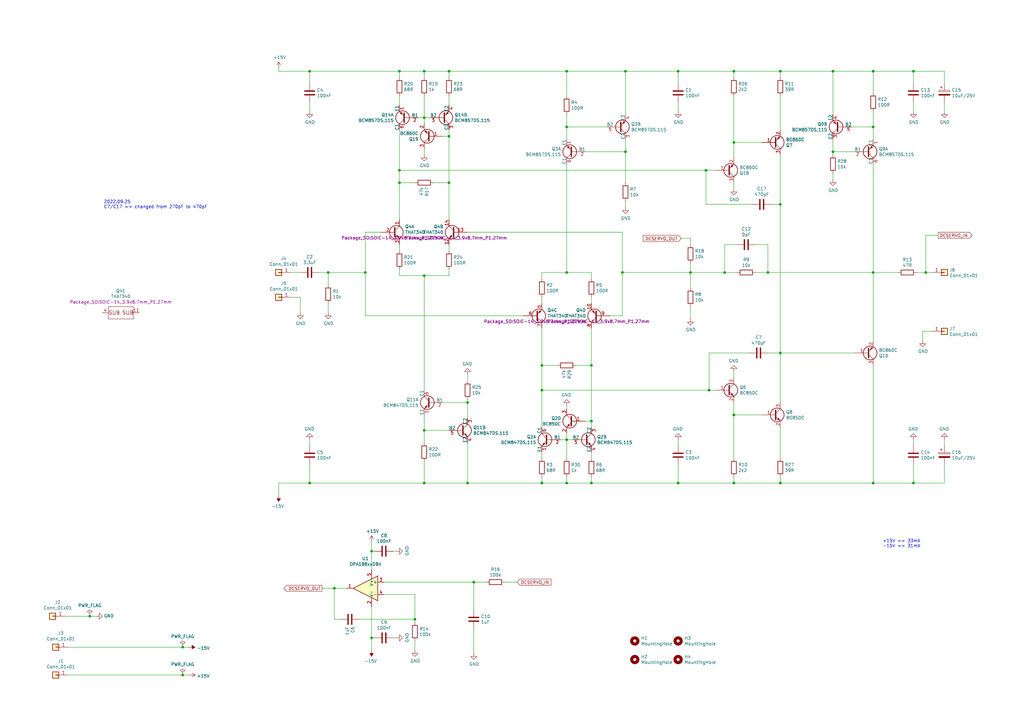
<source format=kicad_sch>
(kicad_sch (version 20211123) (generator eeschema)
  (paper "A3")
  (title_block (title "Discrete Pre-Amp Symetric DC-Servo") (date "2022-09-25") (rev "V3a"))
  (lib_symbols
    (symbol "Amplifier_Operational:OPA188xxDBV" (pin_names (offset 0.127))
      (property "Reference" "U" (at 0 5.08 0))
      (property "Value" "OPA188xxDBV" (at 0 -5.08 0))
      (symbol "OPA188xxDBV_0_1"
        (pin power_in line (at -2.54 -7.62 90) (length 3.81) (name "V-") (number "2"))
        (pin power_in line (at -2.54 7.62 270) (length 3.81) (name "V+") (number "5"))
      )
      (symbol "OPA188xxDBV_1_1"
        (pin output line (at 7.62 0 180) (length 2.54) (name "~") (number "1"))
        (pin input line (at -7.62 2.54 0) (length 2.54) (name "+") (number "3"))
        (pin input line (at -7.62 -2.54 0) (length 2.54) (name "-") (number "4"))
      )
    )
    (symbol "Connector_Generic:Conn_01x01" (pin_names (offset 1.016) hide)
      (property "Reference" "J" (at 0 2.54 0))
      (property "Value" "Conn_01x01" (at 0 -2.54 0))
      (symbol "Conn_01x01_1_1"
        (pin passive line (at -5.08 0 0) (length 3.81) (name "Pin_1") (number "1"))
      )
    )
    (symbol "Device:C" (pin_numbers hide) (pin_names (offset 0.254))
      (property "Reference" "C" (at 0.635 2.54 0))
      (property "Value" "C" (at 0.635 -2.54 0))
      (symbol "C_1_1"
        (pin passive line (at 0 3.81 270) (length 2.794) (name "~") (number "1"))
        (pin passive line (at 0 -3.81 90) (length 2.794) (name "~") (number "2"))
      )
    )
    (symbol "Device:C_Polarized" (pin_numbers hide) (pin_names (offset 0.254))
      (property "Reference" "C" (at 0.635 2.54 0))
      (property "Value" "C_Polarized" (at 0.635 -2.54 0))
      (symbol "C_Polarized_1_1"
        (pin passive line (at 0 3.81 270) (length 2.794) (name "~") (number "1"))
        (pin passive line (at 0 -3.81 90) (length 2.794) (name "~") (number "2"))
      )
    )
    (symbol "Device:R" (pin_numbers hide) (pin_names (offset 0))
      (property "Reference" "R" (at 2.032 0 90))
      (property "Value" "R" (at 0 0 90))
      (symbol "R_1_1"
        (pin passive line (at 0 3.81 270) (length 1.27) (name "~") (number "1"))
        (pin passive line (at 0 -3.81 90) (length 1.27) (name "~") (number "2"))
      )
    )
    (symbol "Mechanical:MountingHole" (pin_names (offset 1.016))
      (property "Reference" "H" (at 0 5.08 0))
      (property "Value" "MountingHole" (at 0 3.175 0))
    )
    (symbol "Transistor_BJT:BC850" (pin_names (offset 0) hide)
      (property "Reference" "Q" (at 5.08 1.905 0))
      (property "Value" "BC850" (at 5.08 0 0))
      (symbol "BC850_1_1"
        (pin input line (at -5.08 0 0) (length 5.715) (name "B") (number "1"))
        (pin passive line (at 2.54 -5.08 90) (length 2.54) (name "E") (number "2"))
        (pin passive line (at 2.54 5.08 270) (length 2.54) (name "C") (number "3"))
      )
    )
    (symbol "Transistor_BJT:BC860" (pin_names (offset 0) hide)
      (property "Reference" "Q" (at 5.08 1.905 0))
      (property "Value" "BC860" (at 5.08 0 0))
      (symbol "BC860_1_1"
        (pin input line (at -5.08 0 0) (length 5.715) (name "B") (number "1"))
        (pin passive line (at 2.54 -5.08 90) (length 2.54) (name "E") (number "2"))
        (pin passive line (at 2.54 5.08 270) (length 2.54) (name "C") (number "3"))
      )
    )
    (symbol "kicad-snk:BCM847DS,115" (pin_names (offset 0))
      (property "Reference" "Q" (at 5.08 1.27 0))
      (property "Value" "BCM847DS,115" (at 5.08 -1.27 0))
      (symbol "BCM847DS,115_1_1"
        (pin passive line (at 2.54 -5.08 90) (length 2.54) (name "E1") (number "1"))
        (pin input line (at -5.08 0 0) (length 2.54) (name "B1") (number "2"))
        (pin passive line (at 2.54 5.08 270) (length 2.54) (name "C1") (number "6"))
      )
      (symbol "BCM847DS,115_2_1"
        (pin passive line (at 2.54 5.08 270) (length 2.54) (name "C2") (number "3"))
        (pin passive line (at 2.54 -5.08 90) (length 2.54) (name "E2") (number "4"))
        (pin input line (at -5.08 0 0) (length 2.54) (name "B2") (number "5"))
      )
    )
    (symbol "kicad-snk:BCM857DS,115" (pin_names (offset 0))
      (property "Reference" "Q" (at 5.08 1.27 0))
      (property "Value" "BCM857DS,115" (at 5.08 -1.27 0))
      (symbol "BCM857DS,115_1_1"
        (pin passive line (at 2.54 -5.08 90) (length 2.54) (name "E1") (number "1"))
        (pin input line (at -5.08 0 0) (length 2.54) (name "B1") (number "2"))
        (pin passive line (at 2.54 5.08 270) (length 2.54) (name "C1") (number "6"))
      )
      (symbol "BCM857DS,115_2_1"
        (pin passive line (at 2.54 5.08 270) (length 2.54) (name "C2") (number "3"))
        (pin passive line (at 2.54 -5.08 90) (length 2.54) (name "E2") (number "4"))
        (pin input line (at -5.08 0 0) (length 2.54) (name "B2") (number "5"))
      )
    )
    (symbol "kicad-snk:THAT340" (pin_names (offset 0) hide)
      (property "Reference" "Q" (at 5.334 -5.08 0))
      (property "Value" "THAT340" (at 5.334 -6.858 0))
      (property "Datasheet" "http://www.thatcorp.com/datashts/THAT_300-Series_Datasheet.pdf" (at -2.032 0 0))
      (symbol "THAT340_1_1"
        (pin passive line (at 2.54 5.08 270) (length 2.54) (name "C") (number "1"))
        (pin input line (at -5.08 0 0) (length 5.715) (name "B") (number "2"))
        (pin passive line (at 2.54 -5.08 90) (length 2.54) (name "E") (number "3"))
      )
      (symbol "THAT340_2_1"
        (pin passive line (at 2.54 -5.08 90) (length 2.54) (name "E") (number "12"))
        (pin input line (at -5.08 0 0) (length 5.715) (name "B") (number "13"))
        (pin passive line (at 2.54 5.08 270) (length 2.54) (name "C") (number "14"))
      )
      (symbol "THAT340_3_1"
        (pin passive line (at 2.54 5.08 270) (length 2.54) (name "C") (number "5"))
        (pin input line (at -5.08 0 0) (length 5.715) (name "B") (number "6"))
        (pin passive line (at 2.54 -5.08 90) (length 2.54) (name "E") (number "7"))
      )
      (symbol "THAT340_4_1"
        (pin input line (at 2.54 5.08 270) (length 2.54) (name "~") (number "10"))
        (pin passive line (at 2.54 -5.08 90) (length 2.54) (name "E") (number "8"))
        (pin input line (at -5.08 0 0) (length 5.715) (name "B") (number "9"))
      )
      (symbol "THAT340_5_0"
        (text "SUB" (at -2.667 0 0) (effects (font (size 1.524 1.524))))
        (text "SUB" (at 2.921 0 0) (effects (font (size 1.524 1.524))))
      )
      (symbol "THAT340_5_1"
        (pin passive line (at 7.62 0 180) (length 2.54) (name "E") (number "11"))
        (pin input line (at -7.62 0 0) (length 2.54) (name "B") (number "4"))
      )
    )
    (symbol "power:+15V" (power) (pin_names (offset 0))
      (property "Value" "+15V" (at 0 3.556 0))
      (symbol "+15V_1_1"
        (pin power_in line (at 0 0 90) (length 0) hide (name "+15V") (number "1"))
      )
    )
    (symbol "power:-15V" (power) (pin_names (offset 0))
      (property "Value" "-15V" (at 0 3.81 0))
      (symbol "-15V_0_0"
        (pin power_in line (at 0 0 90) (length 0) hide (name "-15V") (number "1"))
      )
    )
    (symbol "power:GND" (power) (pin_names (offset 0))
      (property "Value" "GND" (at 0 -3.81 0))
      (symbol "GND_1_1"
        (pin power_in line (at 0 0 270) (length 0) hide (name "GND") (number "1"))
      )
    )
    (symbol "power:PWR_FLAG" (power) (pin_numbers hide) (pin_names (offset 0) hide)
      (property "Value" "PWR_FLAG" (at 0 3.81 0))
      (symbol "PWR_FLAG_0_0"
        (pin power_out line (at 0 0 90) (length 0) (name "pwr") (number "1"))
      )
    )
  )
  (junction (at 191.77 165.1))
  (junction (at 283.21 111.76))
  (junction (at 297.18 111.76))
  (junction (at 163.83 69.85))
  (junction (at 300.99 58.42))
  (junction (at 232.41 198.12))
  (junction (at 137.16 241.3))
  (junction (at 222.25 160.02))
  (junction (at 256.54 29.21))
  (junction (at 184.15 55.88))
  (junction (at 163.83 74.93))
  (junction (at 163.83 29.21))
  (junction (at 127 29.21))
  (junction (at 290.83 160.02))
  (junction (at 242.57 149.86))
  (junction (at 374.65 29.21))
  (junction (at 358.14 111.76))
  (junction (at 242.57 198.12))
  (junction (at 300.99 29.21))
  (junction (at 278.13 198.12))
  (junction (at 320.04 144.78))
  (junction (at 358.14 29.21))
  (junction (at 300.99 198.12))
  (junction (at 341.63 29.21))
  (junction (at 256.54 62.23))
  (junction (at 232.41 180.34))
  (junction (at 173.99 176.53))
  (junction (at 36.83 252.73))
  (junction (at 134.62 111.76))
  (junction (at 173.99 48.26))
  (junction (at 152.4 226.06))
  (junction (at 341.63 62.23))
  (junction (at 358.14 52.07))
  (junction (at 320.04 198.12))
  (junction (at 232.41 29.21))
  (junction (at 289.56 69.85))
  (junction (at 320.04 29.21))
  (junction (at 184.15 74.93))
  (junction (at 379.73 111.76))
  (junction (at 222.25 198.12))
  (junction (at 374.65 198.12))
  (junction (at 152.4 261.62))
  (junction (at 173.99 198.12))
  (junction (at 194.31 238.76))
  (junction (at 184.15 29.21))
  (junction (at 278.13 29.21))
  (junction (at 242.57 172.72))
  (junction (at 222.25 149.86))
  (junction (at 358.14 198.12))
  (junction (at 191.77 198.12))
  (junction (at 170.18 254))
  (junction (at 232.41 52.07))
  (junction (at 314.96 111.76))
  (junction (at 74.93 265.43))
  (junction (at 173.99 29.21))
  (junction (at 232.41 111.76))
  (junction (at 300.99 170.18))
  (junction (at 149.86 111.76))
  (junction (at 173.99 113.03))
  (junction (at 255.27 111.76))
  (junction (at 320.04 83.82))
  (junction (at 74.93 276.86))
  (junction (at 127 198.12))
  (wire (pts (xy 387.35 198.12) (xy 387.35 190.5)))
  (wire (pts (xy 320.04 83.82) (xy 320.04 144.78)))
  (wire (pts (xy 173.99 63.5) (xy 173.99 60.96)))
  (wire (pts (xy 137.16 254) (xy 137.16 241.3)))
  (wire (pts (xy 163.83 43.18) (xy 163.83 39.37)))
  (wire (pts (xy 297.18 111.76) (xy 302.26 111.76)))
  (wire (pts (xy 74.93 265.43) (xy 77.47 265.43)))
  (wire (pts (xy 358.14 67.31) (xy 358.14 111.76)))
  (wire (pts (xy 163.83 74.93) (xy 163.83 90.17)))
  (wire (pts (xy 358.14 38.1) (xy 358.14 29.21)))
  (wire (pts (xy 387.35 41.91) (xy 387.35 45.72)))
  (wire (pts (xy 139.7 254) (xy 137.16 254)))
  (wire (pts (xy 312.42 58.42) (xy 300.99 58.42)))
  (wire (pts (xy 222.25 187.96) (xy 222.25 185.42)))
  (wire (pts (xy 256.54 62.23) (xy 256.54 57.15)))
  (wire (pts (xy 173.99 31.75) (xy 173.99 29.21)))
  (wire (pts (xy 308.61 83.82) (xy 289.56 83.82)))
  (wire (pts (xy 114.3 29.21) (xy 127 29.21)))
  (wire (pts (xy 119.38 111.76) (xy 123.19 111.76)))
  (wire (pts (xy 173.99 48.26) (xy 176.53 48.26)))
  (wire (pts (xy 173.99 29.21) (xy 184.15 29.21)))
  (wire (pts (xy 127 198.12) (xy 173.99 198.12)))
  (wire (pts (xy 255.27 95.25) (xy 255.27 111.76)))
  (wire (pts (xy 234.95 180.34) (xy 232.41 180.34)))
  (wire (pts (xy 293.37 69.85) (xy 289.56 69.85)))
  (wire (pts (xy 191.77 163.83) (xy 191.77 165.1)))
  (wire (pts (xy 184.15 102.87) (xy 184.15 100.33)))
  (wire (pts (xy 26.67 252.73) (xy 36.83 252.73)))
  (wire (pts (xy 341.63 29.21) (xy 358.14 29.21)))
  (wire (pts (xy 184.15 176.53) (xy 173.99 176.53)))
  (wire (pts (xy 149.86 129.54) (xy 149.86 111.76)))
  (wire (pts (xy 173.99 160.02) (xy 173.99 113.03)))
  (wire (pts (xy 184.15 113.03) (xy 184.15 110.49)))
  (wire (pts (xy 256.54 74.93) (xy 256.54 62.23)))
  (wire (pts (xy 170.18 254) (xy 170.18 243.84)))
  (wire (pts (xy 232.41 67.31) (xy 232.41 111.76)))
  (wire (pts (xy 184.15 53.34) (xy 184.15 55.88)))
  (wire (pts (xy 232.41 29.21) (xy 256.54 29.21)))
  (wire (pts (xy 232.41 111.76) (xy 242.57 111.76)))
  (wire (pts (xy 130.81 111.76) (xy 134.62 111.76)))
  (wire (pts (xy 300.99 198.12) (xy 320.04 198.12)))
  (wire (pts (xy 173.99 48.26) (xy 171.45 48.26)))
  (wire (pts (xy 278.13 45.72) (xy 278.13 41.91)))
  (wire (pts (xy 255.27 95.25) (xy 191.77 95.25)))
  (wire (pts (xy 163.83 29.21) (xy 173.99 29.21)))
  (wire (pts (xy 300.99 77.47) (xy 300.99 74.93)))
  (wire (pts (xy 163.83 113.03) (xy 163.83 110.49)))
  (wire (pts (xy 314.96 144.78) (xy 320.04 144.78)))
  (wire (pts (xy 134.62 116.84) (xy 134.62 111.76)))
  (wire (pts (xy 248.92 52.07) (xy 232.41 52.07)))
  (wire (pts (xy 314.96 111.76) (xy 358.14 111.76)))
  (wire (pts (xy 312.42 170.18) (xy 300.99 170.18)))
  (wire (pts (xy 293.37 160.02) (xy 290.83 160.02)))
  (wire (pts (xy 152.4 248.92) (xy 152.4 261.62)))
  (wire (pts (xy 283.21 107.95) (xy 283.21 111.76)))
  (wire (pts (xy 152.4 261.62) (xy 152.4 266.7)))
  (wire (pts (xy 341.63 46.99) (xy 341.63 29.21)))
  (wire (pts (xy 387.35 198.12) (xy 374.65 198.12)))
  (wire (pts (xy 341.63 63.5) (xy 341.63 62.23)))
  (wire (pts (xy 283.21 125.73) (xy 283.21 130.81)))
  (wire (pts (xy 283.21 100.33) (xy 283.21 97.79)))
  (wire (pts (xy 278.13 29.21) (xy 300.99 29.21)))
  (wire (pts (xy 222.25 111.76) (xy 232.41 111.76)))
  (wire (pts (xy 163.83 53.34) (xy 163.83 69.85)))
  (wire (pts (xy 163.83 69.85) (xy 289.56 69.85)))
  (wire (pts (xy 358.14 52.07) (xy 358.14 57.15)))
  (wire (pts (xy 358.14 198.12) (xy 374.65 198.12)))
  (wire (pts (xy 278.13 198.12) (xy 278.13 190.5)))
  (wire (pts (xy 170.18 262.89) (xy 170.18 266.7)))
  (wire (pts (xy 358.14 52.07) (xy 358.14 45.72)))
  (wire (pts (xy 232.41 57.15) (xy 232.41 52.07)))
  (wire (pts (xy 222.25 124.46) (xy 222.25 121.92)))
  (wire (pts (xy 228.6 149.86) (xy 222.25 149.86)))
  (wire (pts (xy 184.15 74.93) (xy 184.15 90.17)))
  (wire (pts (xy 127 198.12) (xy 127 190.5)))
  (wire (pts (xy 163.83 29.21) (xy 163.83 31.75)))
  (wire (pts (xy 358.14 29.21) (xy 374.65 29.21)))
  (wire (pts (xy 300.99 154.94) (xy 300.99 152.4)))
  (wire (pts (xy 316.23 83.82) (xy 320.04 83.82)))
  (wire (pts (xy 173.99 113.03) (xy 163.83 113.03)))
  (wire (pts (xy 232.41 180.34) (xy 232.41 177.8)))
  (wire (pts (xy 379.73 111.76) (xy 382.27 111.76)))
  (wire (pts (xy 123.19 121.92) (xy 119.38 121.92)))
  (wire (pts (xy 320.04 198.12) (xy 358.14 198.12)))
  (wire (pts (xy 309.88 111.76) (xy 314.96 111.76)))
  (wire (pts (xy 184.15 29.21) (xy 232.41 29.21)))
  (wire (pts (xy 242.57 198.12) (xy 242.57 195.58)))
  (wire (pts (xy 222.25 160.02) (xy 290.83 160.02)))
  (wire (pts (xy 255.27 111.76) (xy 255.27 129.54)))
  (wire (pts (xy 320.04 175.26) (xy 320.04 187.96)))
  (wire (pts (xy 157.48 238.76) (xy 194.31 238.76)))
  (wire (pts (xy 173.99 176.53) (xy 173.99 170.18)))
  (wire (pts (xy 163.83 102.87) (xy 163.83 100.33)))
  (wire (pts (xy 191.77 165.1) (xy 191.77 171.45)))
  (wire (pts (xy 222.25 134.62) (xy 222.25 149.86)))
  (wire (pts (xy 309.88 100.33) (xy 314.96 100.33)))
  (wire (pts (xy 134.62 111.76) (xy 149.86 111.76)))
  (wire (pts (xy 149.86 111.76) (xy 149.86 95.25)))
  (wire (pts (xy 379.73 96.52) (xy 379.73 111.76)))
  (wire (pts (xy 256.54 85.09) (xy 256.54 82.55)))
  (wire (pts (xy 222.25 114.3) (xy 222.25 111.76)))
  (wire (pts (xy 184.15 113.03) (xy 173.99 113.03)))
  (wire (pts (xy 153.67 226.06) (xy 152.4 226.06)))
  (wire (pts (xy 134.62 128.27) (xy 134.62 124.46)))
  (wire (pts (xy 307.34 144.78) (xy 290.83 144.78)))
  (wire (pts (xy 278.13 182.88) (xy 278.13 180.34)))
  (wire (pts (xy 374.65 198.12) (xy 374.65 190.5)))
  (wire (pts (xy 242.57 134.62) (xy 242.57 149.86)))
  (wire (pts (xy 181.61 165.1) (xy 191.77 165.1)))
  (wire (pts (xy 214.63 129.54) (xy 149.86 129.54)))
  (wire (pts (xy 232.41 187.96) (xy 232.41 180.34)))
  (wire (pts (xy 170.18 243.84) (xy 157.48 243.84)))
  (wire (pts (xy 27.94 276.86) (xy 74.93 276.86)))
  (wire (pts (xy 350.52 144.78) (xy 320.04 144.78)))
  (wire (pts (xy 194.31 238.76) (xy 199.39 238.76)))
  (wire (pts (xy 256.54 29.21) (xy 278.13 29.21)))
  (wire (pts (xy 320.04 144.78) (xy 320.04 165.1)))
  (wire (pts (xy 255.27 111.76) (xy 283.21 111.76)))
  (wire (pts (xy 191.77 156.21) (xy 191.77 153.67)))
  (wire (pts (xy 374.65 34.29) (xy 374.65 29.21)))
  (wire (pts (xy 387.35 34.29) (xy 387.35 29.21)))
  (wire (pts (xy 162.56 261.62) (xy 161.29 261.62)))
  (wire (pts (xy 242.57 124.46) (xy 242.57 121.92)))
  (wire (pts (xy 320.04 198.12) (xy 320.04 195.58)))
  (wire (pts (xy 283.21 111.76) (xy 297.18 111.76)))
  (wire (pts (xy 300.99 31.75) (xy 300.99 29.21)))
  (wire (pts (xy 152.4 222.25) (xy 152.4 226.06)))
  (wire (pts (xy 358.14 111.76) (xy 358.14 139.7)))
  (wire (pts (xy 375.92 111.76) (xy 379.73 111.76)))
  (wire (pts (xy 297.18 100.33) (xy 297.18 111.76)))
  (wire (pts (xy 374.65 182.88) (xy 374.65 180.34)))
  (wire (pts (xy 387.35 29.21) (xy 374.65 29.21)))
  (wire (pts (xy 378.46 139.7) (xy 378.46 135.89)))
  (wire (pts (xy 194.31 267.97) (xy 194.31 257.81)))
  (wire (pts (xy 207.01 238.76) (xy 212.09 238.76)))
  (wire (pts (xy 384.81 96.52) (xy 379.73 96.52)))
  (wire (pts (xy 27.94 265.43) (xy 74.93 265.43)))
  (wire (pts (xy 149.86 95.25) (xy 156.21 95.25)))
  (wire (pts (xy 137.16 241.3) (xy 142.24 241.3)))
  (wire (pts (xy 127 182.88) (xy 127 180.34)))
  (wire (pts (xy 114.3 29.21) (xy 114.3 27.94)))
  (wire (pts (xy 153.67 261.62) (xy 152.4 261.62)))
  (wire (pts (xy 222.25 149.86) (xy 222.25 160.02)))
  (wire (pts (xy 170.18 255.27) (xy 170.18 254)))
  (wire (pts (xy 374.65 45.72) (xy 374.65 41.91)))
  (wire (pts (xy 132.08 241.3) (xy 137.16 241.3)))
  (wire (pts (xy 232.41 52.07) (xy 232.41 46.99)))
  (wire (pts (xy 289.56 69.85) (xy 289.56 83.82)))
  (wire (pts (xy 184.15 29.21) (xy 184.15 31.75)))
  (wire (pts (xy 358.14 149.86) (xy 358.14 198.12)))
  (wire (pts (xy 127 34.29) (xy 127 29.21)))
  (wire (pts (xy 387.35 182.88) (xy 387.35 180.34)))
  (wire (pts (xy 300.99 195.58) (xy 300.99 198.12)))
  (wire (pts (xy 173.99 39.37) (xy 173.99 48.26)))
  (wire (pts (xy 290.83 144.78) (xy 290.83 160.02)))
  (wire (pts (xy 162.56 226.06) (xy 161.29 226.06)))
  (wire (pts (xy 283.21 111.76) (xy 283.21 118.11)))
  (wire (pts (xy 300.99 170.18) (xy 300.99 165.1)))
  (wire (pts (xy 242.57 198.12) (xy 278.13 198.12)))
  (wire (pts (xy 320.04 39.37) (xy 320.04 53.34)))
  (wire (pts (xy 152.4 226.06) (xy 152.4 233.68)))
  (wire (pts (xy 163.83 69.85) (xy 163.83 74.93)))
  (wire (pts (xy 242.57 172.72) (xy 242.57 175.26)))
  (wire (pts (xy 127 29.21) (xy 163.83 29.21)))
  (wire (pts (xy 114.3 198.12) (xy 127 198.12)))
  (wire (pts (xy 341.63 62.23) (xy 341.63 57.15)))
  (wire (pts (xy 232.41 198.12) (xy 222.25 198.12)))
  (wire (pts (xy 300.99 170.18) (xy 300.99 187.96)))
  (wire (pts (xy 170.18 74.93) (xy 163.83 74.93)))
  (wire (pts (xy 302.26 100.33) (xy 297.18 100.33)))
  (wire (pts (xy 358.14 52.07) (xy 349.25 52.07)))
  (wire (pts (xy 184.15 43.18) (xy 184.15 39.37)))
  (wire (pts (xy 283.21 97.79) (xy 279.4 97.79)))
  (wire (pts (xy 350.52 62.23) (xy 341.63 62.23)))
  (wire (pts (xy 191.77 181.61) (xy 191.77 198.12)))
  (wire (pts (xy 222.25 160.02) (xy 222.25 175.26)))
  (wire (pts (xy 177.8 74.93) (xy 184.15 74.93)))
  (wire (pts (xy 250.19 129.54) (xy 255.27 129.54)))
  (wire (pts (xy 222.25 198.12) (xy 222.25 195.58)))
  (wire (pts (xy 36.83 252.73) (xy 39.37 252.73)))
  (wire (pts (xy 184.15 55.88) (xy 184.15 74.93)))
  (wire (pts (xy 300.99 39.37) (xy 300.99 58.42)))
  (wire (pts (xy 242.57 172.72) (xy 240.03 172.72)))
  (wire (pts (xy 232.41 167.64) (xy 232.41 166.37)))
  (wire (pts (xy 123.19 128.27) (xy 123.19 121.92)))
  (wire (pts (xy 320.04 31.75) (xy 320.04 29.21)))
  (wire (pts (xy 278.13 34.29) (xy 278.13 29.21)))
  (wire (pts (xy 74.93 276.86) (xy 77.47 276.86)))
  (wire (pts (xy 173.99 189.23) (xy 173.99 198.12)))
  (wire (pts (xy 240.03 62.23) (xy 256.54 62.23)))
  (wire (pts (xy 242.57 187.96) (xy 242.57 185.42)))
  (wire (pts (xy 194.31 250.19) (xy 194.31 238.76)))
  (wire (pts (xy 236.22 149.86) (xy 242.57 149.86)))
  (wire (pts (xy 314.96 100.33) (xy 314.96 111.76)))
  (wire (pts (xy 382.27 135.89) (xy 378.46 135.89)))
  (wire (pts (xy 127 45.72) (xy 127 41.91)))
  (wire (pts (xy 173.99 50.8) (xy 173.99 48.26)))
  (wire (pts (xy 278.13 198.12) (xy 300.99 198.12)))
  (wire (pts (xy 341.63 73.66) (xy 341.63 71.12)))
  (wire (pts (xy 242.57 198.12) (xy 232.41 198.12)))
  (wire (pts (xy 242.57 114.3) (xy 242.57 111.76)))
  (wire (pts (xy 232.41 39.37) (xy 232.41 29.21)))
  (wire (pts (xy 242.57 149.86) (xy 242.57 172.72)))
  (wire (pts (xy 320.04 63.5) (xy 320.04 83.82)))
  (wire (pts (xy 173.99 198.12) (xy 191.77 198.12)))
  (wire (pts (xy 320.04 29.21) (xy 341.63 29.21)))
  (wire (pts (xy 147.32 254) (xy 170.18 254)))
  (wire (pts (xy 114.3 203.2) (xy 114.3 198.12)))
  (wire (pts (xy 232.41 180.34) (xy 229.87 180.34)))
  (wire (pts (xy 232.41 195.58) (xy 232.41 198.12)))
  (wire (pts (xy 358.14 111.76) (xy 368.3 111.76)))
  (wire (pts (xy 320.04 29.21) (xy 300.99 29.21)))
  (wire (pts (xy 256.54 46.99) (xy 256.54 29.21)))
  (wire (pts (xy 181.61 55.88) (xy 184.15 55.88)))
  (wire (pts (xy 173.99 181.61) (xy 173.99 176.53)))
  (wire (pts (xy 300.99 58.42) (xy 300.99 64.77)))
  (wire (pts (xy 191.77 198.12) (xy 222.25 198.12)))
  (text "2022.09.25\nC7/C17 => changed from 270pF to 470pF" (at 42.545 85.725 0) (effects (font (size 1.27 1.27)) (justify left bottom)))
  (text "+15V => 33mA\n-15V => 31mA" (at 361.95 224.79 0) (effects (font (size 1.27 1.27)) (justify left bottom)))
  (global_label "DCSERVO_IN" (shape input) (at 212.09 238.76 0) (property "Intersheet References" "${INTERSHEET_REFS}" (effects hide)))
  (global_label "DCSERVO_OUT" (shape input) (at 279.4 97.79 180) (property "Intersheet References" "${INTERSHEET_REFS}" (effects hide)))
  (global_label "DCSERVO_IN" (shape output) (at 384.81 96.52 0) (property "Intersheet References" "${INTERSHEET_REFS}" (effects hide)))
  (global_label "DCSERVO_OUT" (shape output) (at 132.08 241.3 180) (property "Intersheet References" "${INTERSHEET_REFS}" (effects hide)))
  (symbol (lib_id "Device:R") (at 242.57 191.77 0) (unit 1)
    (property "Reference" "R6" (at 244.348 190.6016 0) (effects (justify left)))
    (property "Value" "68R" (at 244.348 192.913 0) (effects (justify left)))
    (property "Footprint" "Resistor_SMD:R_0805_2012Metric_Pad1.20x1.40mm_HandSolder" (effects hide))
  )
  (symbol (lib_id "Device:C") (at 127 111.76 270) (unit 1)
    (property "Reference" "C2" (at 127 105.3592 90))
    (property "Value" "3.3uF" (at 127 107.6706 90))
    (property "Footprint" "Capacitor_THT:C_Rect_L7.2mm_W7.2mm_P5.00mm_FKS2_FKP2_MKS2_MKP2" (effects hide))
  )
  (symbol (lib_id "power:GND") (at 134.62 128.27 0) (unit 1)
    (property "Reference" "#PWR09" (effects hide))
    (property "Value" "GND" (at 134.747 132.6642 0))
  )
  (symbol (lib_id "Device:R") (at 222.25 191.77 0) (unit 1)
    (property "Reference" "R3" (at 224.028 190.6016 0) (effects (justify left)))
    (property "Value" "68R" (at 224.028 192.913 0) (effects (justify left)))
    (property "Footprint" "Resistor_SMD:R_0805_2012Metric_Pad1.20x1.40mm_HandSolder" (effects hide))
  )
  (symbol (lib_id "Device:R") (at 134.62 120.65 0) (unit 1)
    (property "Reference" "R1" (at 136.398 119.4816 0) (effects (justify left)))
    (property "Value" "10k" (at 136.398 121.793 0) (effects (justify left)))
    (property "Footprint" "Resistor_SMD:R_0805_2012Metric_Pad1.20x1.40mm_HandSolder" (effects hide))
  )
  (symbol (lib_id "Device:R") (at 283.21 121.92 0) (unit 1)
    (property "Reference" "R8" (at 284.988 120.7516 0) (effects (justify left)))
    (property "Value" "10k" (at 284.988 123.063 0) (effects (justify left)))
    (property "Footprint" "Resistor_SMD:R_0805_2012Metric_Pad1.20x1.40mm_HandSolder" (effects hide))
  )
  (symbol (lib_id "Device:R") (at 306.07 111.76 270) (unit 1)
    (property "Reference" "R9" (at 306.07 106.5022 90))
    (property "Value" "10k" (at 306.07 108.8136 90))
    (property "Footprint" "Resistor_SMD:R_0805_2012Metric_Pad1.20x1.40mm_HandSolder" (effects hide))
  )
  (symbol (lib_id "Device:R") (at 222.25 118.11 0) (unit 1)
    (property "Reference" "R2" (at 224.028 116.9416 0) (effects (justify left)))
    (property "Value" "100R" (at 224.028 119.253 0) (effects (justify left)))
    (property "Footprint" "Resistor_SMD:R_0805_2012Metric_Pad1.20x1.40mm_HandSolder" (effects hide))
  )
  (symbol (lib_id "Device:R") (at 242.57 118.11 0) (unit 1)
    (property "Reference" "R5" (at 244.348 116.9416 0) (effects (justify left)))
    (property "Value" "100R" (at 244.348 119.253 0) (effects (justify left)))
    (property "Footprint" "Resistor_SMD:R_0805_2012Metric_Pad1.20x1.40mm_HandSolder" (effects hide))
  )
  (symbol (lib_id "Device:R") (at 232.41 43.18 0) (unit 1)
    (property "Reference" "R4" (at 234.188 42.0116 0) (effects (justify left)))
    (property "Value" "100R" (at 234.188 44.323 0) (effects (justify left)))
    (property "Footprint" "Resistor_SMD:R_0805_2012Metric_Pad1.20x1.40mm_HandSolder" (effects hide))
  )
  (symbol (lib_id "Device:R") (at 256.54 78.74 0) (unit 1)
    (property "Reference" "R7" (at 258.318 77.5716 0) (effects (justify left)))
    (property "Value" "10k" (at 258.318 79.883 0) (effects (justify left)))
    (property "Footprint" "Resistor_SMD:R_0805_2012Metric_Pad1.20x1.40mm_HandSolder" (effects hide))
  )
  (symbol (lib_id "Transistor_BJT:BC860") (at 317.5 58.42 0) (mirror x) (unit 1)
    (property "Reference" "Q7" (at 322.3514 59.5884 0) (effects (justify left)))
    (property "Value" "BC860C" (at 322.3514 57.277 0) (effects (justify left)))
    (property "Footprint" "Package_TO_SOT_SMD:SOT-23" (effects hide))
    (property "Datasheet" "http://www.infineon.com/dgdl/Infineon-BC857SERIES_BC858SERIES_BC859SERIES_BC860SERIES-DS-v01_01-en.pdf?fileId=db3a304314dca389011541da0e3a1661" (effects hide))
  )
  (symbol (lib_id "Device:R") (at 320.04 35.56 0) (unit 1)
    (property "Reference" "R11" (at 321.818 34.3916 0) (effects (justify left)))
    (property "Value" "39R" (at 321.818 36.703 0) (effects (justify left)))
    (property "Footprint" "Resistor_SMD:R_0805_2012Metric_Pad1.20x1.40mm_HandSolder" (effects hide))
  )
  (symbol (lib_id "Device:R") (at 358.14 41.91 0) (unit 1)
    (property "Reference" "R12" (at 359.918 40.7416 0) (effects (justify left)))
    (property "Value" "100R" (at 359.918 43.053 0) (effects (justify left)))
    (property "Footprint" "Resistor_SMD:R_0805_2012Metric_Pad1.20x1.40mm_HandSolder" (effects hide))
  )
  (symbol (lib_id "Transistor_BJT:BC850") (at 298.45 160.02 0) (unit 1)
    (property "Reference" "Q6" (at 303.3014 158.8516 0) (effects (justify left)))
    (property "Value" "BC850C" (at 303.3014 161.163 0) (effects (justify left)))
    (property "Footprint" "Package_TO_SOT_SMD:SOT-23" (effects hide))
    (property "Datasheet" "http://www.infineon.com/dgdl/Infineon-BC847SERIES_BC848SERIES_BC849SERIES_BC850SERIES-DS-v01_01-en.pdf?fileId=db3a304314dca389011541d4630a1657" (effects hide))
  )
  (symbol (lib_id "Transistor_BJT:BC850") (at 317.5 170.18 0) (unit 1)
    (property "Reference" "Q8" (at 322.3514 169.0116 0) (effects (justify left)))
    (property "Value" "BC850C" (at 322.3514 171.323 0) (effects (justify left)))
    (property "Footprint" "Package_TO_SOT_SMD:SOT-23" (effects hide))
    (property "Datasheet" "http://www.infineon.com/dgdl/Infineon-BC847SERIES_BC848SERIES_BC849SERIES_BC850SERIES-DS-v01_01-en.pdf?fileId=db3a304314dca389011541d4630a1657" (effects hide))
  )
  (symbol (lib_id "Device:R") (at 300.99 191.77 0) (unit 1)
    (property "Reference" "R10" (at 302.768 190.6016 0) (effects (justify left)))
    (property "Value" "2k2" (at 302.768 192.913 0) (effects (justify left)))
    (property "Footprint" "Resistor_SMD:R_0805_2012Metric_Pad1.20x1.40mm_HandSolder" (effects hide))
  )
  (symbol (lib_id "Transistor_BJT:BC860") (at 355.6 144.78 0) (mirror x) (unit 1)
    (property "Reference" "Q10" (at 360.4514 145.9484 0) (effects (justify left)))
    (property "Value" "BC860C" (at 360.4514 143.637 0) (effects (justify left)))
    (property "Footprint" "Package_TO_SOT_SMD:SOT-23" (effects hide))
    (property "Datasheet" "http://www.infineon.com/dgdl/Infineon-BC857SERIES_BC858SERIES_BC859SERIES_BC860SERIES-DS-v01_01-en.pdf?fileId=db3a304314dca389011541da0e3a1661" (effects hide))
  )
  (symbol (lib_id "power:GND") (at 283.21 130.81 0) (unit 1)
    (property "Reference" "#PWR013" (effects hide))
    (property "Value" "GND" (at 283.337 135.2042 0))
  )
  (symbol (lib_id "Device:C") (at 311.15 144.78 270) (unit 1)
    (property "Reference" "C7" (at 311.15 138.3792 90))
    (property "Value" "470pF" (at 311.15 140.6906 90))
    (property "Footprint" "Capacitor_SMD:C_0805_2012Metric_Pad1.18x1.45mm_HandSolder" (effects hide))
  )
  (symbol (lib_id "power:GND") (at 300.99 152.4 180) (unit 1)
    (property "Reference" "#PWR014" (effects hide))
    (property "Value" "GND" (at 300.863 148.0058 0))
  )
  (symbol (lib_id "power:GND") (at 123.19 128.27 0) (unit 1)
    (property "Reference" "#PWR04" (effects hide))
    (property "Value" "GND" (at 123.317 132.6642 0))
  )
  (symbol (lib_id "Mechanical:MountingHole") (at 260.35 262.89 0) (unit 1)
    (property "Reference" "H1" (at 262.89 261.7216 0) (effects (justify left)))
    (property "Value" "MountingHole" (at 262.89 264.033 0) (effects (justify left)))
    (property "Footprint" "MountingHole:MountingHole_3.2mm_M3" (effects hide))
  )
  (symbol (lib_id "Mechanical:MountingHole") (at 278.13 262.89 0) (unit 1)
    (property "Reference" "H3" (at 280.67 261.7216 0) (effects (justify left)))
    (property "Value" "MountingHole" (at 280.67 264.033 0) (effects (justify left)))
    (property "Footprint" "MountingHole:MountingHole_3.2mm_M3" (effects hide))
  )
  (symbol (lib_id "Mechanical:MountingHole") (at 260.35 270.51 0) (unit 1)
    (property "Reference" "H2" (at 262.89 269.3416 0) (effects (justify left)))
    (property "Value" "MountingHole" (at 262.89 271.653 0) (effects (justify left)))
    (property "Footprint" "MountingHole:MountingHole_3.2mm_M3" (effects hide))
  )
  (symbol (lib_id "Mechanical:MountingHole") (at 278.13 270.51 0) (unit 1)
    (property "Reference" "H4" (at 280.67 269.3416 0) (effects (justify left)))
    (property "Value" "MountingHole" (at 280.67 271.653 0) (effects (justify left)))
    (property "Footprint" "MountingHole:MountingHole_3.2mm_M3" (effects hide))
  )
  (symbol (lib_id "Connector_Generic:Conn_01x01") (at 114.3 111.76 180) (unit 1)
    (property "Reference" "J4" (at 116.3828 106.045 0))
    (property "Value" "Conn_01x01" (at 116.3828 108.3564 0))
    (property "Footprint" "Connector_Pin:Pin_D1.0mm_L10.0mm" (effects hide))
  )
  (symbol (lib_id "Connector_Generic:Conn_01x01") (at 114.3 121.92 180) (unit 1)
    (property "Reference" "J5" (at 116.3828 116.205 0))
    (property "Value" "Conn_01x01" (at 116.3828 118.5164 0))
    (property "Footprint" "Connector_Pin:Pin_D1.0mm_L10.0mm" (effects hide))
  )
  (symbol (lib_id "power:GND") (at 256.54 85.09 0) (unit 1)
    (property "Reference" "#PWR012" (effects hide))
    (property "Value" "GND" (at 256.667 89.4842 0))
  )
  (symbol (lib_id "power:+15V") (at 114.3 27.94 0) (unit 1)
    (property "Reference" "#PWR05" (effects hide))
    (property "Value" "+15V" (at 114.681 23.5458 0))
  )
  (symbol (lib_id "power:-15V") (at 114.3 203.2 180) (unit 1)
    (property "Reference" "#PWR08" (effects hide))
    (property "Value" "-15V" (at 113.919 207.5942 0))
  )
  (symbol (lib_id "Connector_Generic:Conn_01x01") (at 387.35 111.76 0) (unit 1)
    (property "Reference" "J6" (at 389.382 110.6932 0) (effects (justify left)))
    (property "Value" "Conn_01x01" (at 389.382 113.0046 0) (effects (justify left)))
    (property "Footprint" "Connector_Pin:Pin_D1.0mm_L10.0mm" (effects hide))
  )
  (symbol (lib_id "Connector_Generic:Conn_01x01") (at 387.35 135.89 0) (unit 1)
    (property "Reference" "J7" (at 389.382 134.8232 0) (effects (justify left)))
    (property "Value" "Conn_01x01" (at 389.382 137.1346 0) (effects (justify left)))
    (property "Footprint" "Connector_Pin:Pin_D1.0mm_L10.0mm" (effects hide))
  )
  (symbol (lib_id "Connector_Generic:Conn_01x01") (at 22.86 276.86 180) (unit 1)
    (property "Reference" "J1" (at 24.9428 271.145 0))
    (property "Value" "Conn_01x01" (at 24.9428 273.4564 0))
    (property "Footprint" "Connector_Pin:Pin_D1.0mm_L10.0mm" (effects hide))
  )
  (symbol (lib_id "Connector_Generic:Conn_01x01") (at 21.59 252.73 180) (unit 1)
    (property "Reference" "J2" (at 23.6728 247.015 0))
    (property "Value" "Conn_01x01" (at 23.6728 249.3264 0))
    (property "Footprint" "Connector_Pin:Pin_D1.0mm_L10.0mm" (effects hide))
  )
  (symbol (lib_id "Connector_Generic:Conn_01x01") (at 22.86 265.43 180) (unit 1)
    (property "Reference" "J3" (at 24.9428 259.715 0))
    (property "Value" "Conn_01x01" (at 24.9428 262.0264 0))
    (property "Footprint" "Connector_Pin:Pin_D1.0mm_L10.0mm" (effects hide))
  )
  (symbol (lib_id "power:GND") (at 39.37 252.73 90) (unit 1)
    (property "Reference" "#PWR02" (effects hide))
    (property "Value" "GND" (at 42.6212 252.603 90) (effects (justify right)))
  )
  (symbol (lib_id "power:+15V") (at 77.47 276.86 270) (unit 1)
    (property "Reference" "#PWR01" (effects hide))
    (property "Value" "+15V" (at 80.7212 277.241 90) (effects (justify left)))
  )
  (symbol (lib_id "Device:C") (at 127 186.69 180) (unit 1)
    (property "Reference" "C5" (at 129.921 185.5216 0) (effects (justify right)))
    (property "Value" "100nF" (at 129.921 187.833 0) (effects (justify right)))
    (property "Footprint" "Capacitor_SMD:C_1210_3225Metric_Pad1.33x2.70mm_HandSolder" (effects hide))
  )
  (symbol (lib_id "power:GND") (at 127 180.34 180) (unit 1)
    (property "Reference" "#PWR011" (effects hide))
    (property "Value" "GND" (at 126.873 175.9458 0))
  )
  (symbol (lib_id "Device:R") (at 372.11 111.76 270) (unit 1)
    (property "Reference" "R13" (at 372.11 106.5022 90))
    (property "Value" "47R" (at 372.11 108.8136 90))
    (property "Footprint" "Resistor_SMD:R_0805_2012Metric_Pad1.20x1.40mm_HandSolder" (effects hide))
  )
  (symbol (lib_id "Device:C") (at 127 38.1 180) (unit 1)
    (property "Reference" "C4" (at 129.921 36.9316 0) (effects (justify right)))
    (property "Value" "100nF" (at 129.921 39.243 0) (effects (justify right)))
    (property "Footprint" "Capacitor_SMD:C_1210_3225Metric_Pad1.33x2.70mm_HandSolder" (effects hide))
  )
  (symbol (lib_id "power:GND") (at 127 45.72 0) (unit 1)
    (property "Reference" "#PWR010" (effects hide))
    (property "Value" "GND" (at 127.127 50.1142 0))
  )
  (symbol (lib_id "power:GND") (at 378.46 139.7 0) (unit 1)
    (property "Reference" "#PWR015" (effects hide))
    (property "Value" "GND" (at 378.587 144.0942 0))
  )
  (symbol (lib_id "power:-15V") (at 77.47 265.43 270) (unit 1)
    (property "Reference" "#PWR0101" (effects hide))
    (property "Value" "-15V" (at 80.7212 265.811 90) (effects (justify left)))
  )
  (symbol (lib_id "power:PWR_FLAG") (at 36.83 252.73 0) (unit 1)
    (property "Reference" "#FLG0101" (effects hide))
    (property "Value" "PWR_FLAG" (at 36.83 248.3358 0))
  )
  (symbol (lib_id "power:PWR_FLAG") (at 74.93 265.43 0) (unit 1)
    (property "Reference" "#FLG0103" (effects hide))
    (property "Value" "PWR_FLAG" (at 74.93 261.0358 0))
  )
  (symbol (lib_id "Device:C") (at 306.07 100.33 270) (unit 1)
    (property "Reference" "C12" (at 306.07 93.9292 90))
    (property "Value" "0pF" (at 306.07 96.2406 90))
    (property "Footprint" "Capacitor_SMD:C_0805_2012Metric_Pad1.18x1.45mm_HandSolder" (effects hide))
  )
  (symbol (lib_id "Device:C") (at 374.65 38.1 180) (unit 1)
    (property "Reference" "C13" (at 377.571 36.9316 0) (effects (justify right)))
    (property "Value" "100nF" (at 377.571 39.243 0) (effects (justify right)))
    (property "Footprint" "Capacitor_SMD:C_1210_3225Metric_Pad1.33x2.70mm_HandSolder" (effects hide))
  )
  (symbol (lib_id "Device:C") (at 374.65 186.69 180) (unit 1)
    (property "Reference" "C14" (at 377.571 185.5216 0) (effects (justify right)))
    (property "Value" "100nF" (at 377.571 187.833 0) (effects (justify right)))
    (property "Footprint" "Capacitor_SMD:C_1210_3225Metric_Pad1.33x2.70mm_HandSolder" (effects hide))
  )
  (symbol (lib_id "power:GND") (at 374.65 180.34 180) (unit 1)
    (property "Reference" "#PWR018" (effects hide))
    (property "Value" "GND" (at 374.523 175.9458 0))
  )
  (symbol (lib_id "power:GND") (at 374.65 45.72 0) (unit 1)
    (property "Reference" "#PWR017" (effects hide))
    (property "Value" "GND" (at 374.777 50.1142 0))
  )
  (symbol (lib_id "Device:C_Polarized") (at 387.35 38.1 0) (unit 1)
    (property "Reference" "C15" (at 390.3472 36.9316 0) (effects (justify left)))
    (property "Value" "10uF/25V" (at 390.3472 39.243 0) (effects (justify left)))
    (property "Footprint" "Capacitor_SMD:CP_Elec_6.3x5.8" (effects hide))
  )
  (symbol (lib_id "power:GND") (at 387.35 45.72 0) (unit 1)
    (property "Reference" "#PWR019" (effects hide))
    (property "Value" "GND" (at 387.477 50.1142 0))
  )
  (symbol (lib_id "Device:C_Polarized") (at 387.35 186.69 0) (unit 1)
    (property "Reference" "C16" (at 390.3472 185.5216 0) (effects (justify left)))
    (property "Value" "10uF/25V" (at 390.3472 187.833 0) (effects (justify left)))
    (property "Footprint" "Capacitor_SMD:CP_Elec_6.3x5.8" (effects hide))
  )
  (symbol (lib_id "power:GND") (at 387.35 180.34 180) (unit 1)
    (property "Reference" "#PWR020" (effects hide))
    (property "Value" "GND" (at 387.223 175.9458 0))
  )
  (symbol (lib_id "kicad-snk:BCM847DS,115") (at 176.53 165.1 0) (mirror y) (unit 1)
    (property "Reference" "Q11" (at 171.6786 163.9316 0) (effects (justify left)))
    (property "Value" "BCM847DS,115" (at 171.6786 166.243 0) (effects (justify left)))
    (property "Footprint" "Package_SO:SC-74-6_1.5x2.9mm_P0.95mm" (effects hide))
    (property "Datasheet" "https://www.analog.com/media/en/technical-documentation/obsolete-data-sheets/SSM2210.pdf" (effects hide))
  )
  (symbol (lib_id "kicad-snk:BCM847DS,115") (at 189.23 176.53 0) (unit 2)
    (property "Reference" "Q11" (at 194.056 175.3616 0) (effects (justify left)))
    (property "Value" "BCM847DS,115" (at 194.056 177.673 0) (effects (justify left)))
    (property "Footprint" "Package_SO:SC-74-6_1.5x2.9mm_P0.95mm" (effects hide))
    (property "Datasheet" "https://www.analog.com/media/en/technical-documentation/obsolete-data-sheets/SSM2210.pdf" (effects hide))
  )
  (symbol (lib_id "power:PWR_FLAG") (at 74.93 276.86 0) (unit 1)
    (property "Reference" "#FLG01" (effects hide))
    (property "Value" "PWR_FLAG" (at 74.93 272.4658 0))
  )
  (symbol (lib_id "kicad-snk:BCM857DS,115") (at 254 52.07 0) (mirror x) (unit 2)
    (property "Reference" "Q3" (at 258.826 50.9016 0) (effects (justify left)))
    (property "Value" "BCM857DS,115" (at 258.826 53.213 0) (effects (justify left)))
    (property "Footprint" "Package_SO:SC-74-6_1.5x2.9mm_P0.95mm" (effects hide))
    (property "Datasheet" "https://www.analog.com/media/en/technical-documentation/data-sheets/SSM2220.pdf" (effects hide))
  )
  (symbol (lib_id "kicad-snk:BCM857DS,115") (at 234.95 62.23 180) (unit 1)
    (property "Reference" "Q3" (at 230.0986 61.0616 0) (effects (justify left)))
    (property "Value" "BCM857DS,115" (at 230.0986 63.373 0) (effects (justify left)))
    (property "Footprint" "Package_SO:SC-74-6_1.5x2.9mm_P0.95mm" (effects hide))
    (property "Datasheet" "https://www.analog.com/media/en/technical-documentation/data-sheets/SSM2220.pdf" (effects hide))
  )
  (symbol (lib_id "kicad-snk:BCM857DS,115") (at 166.37 48.26 180) (unit 1)
    (property "Reference" "Q14" (at 161.5186 47.0916 0) (effects (justify left)))
    (property "Value" "BCM857DS,115" (at 161.5186 49.403 0) (effects (justify left)))
    (property "Footprint" "Package_SO:SC-74-6_1.5x2.9mm_P0.95mm" (effects hide))
    (property "Datasheet" "https://www.analog.com/media/en/technical-documentation/data-sheets/SSM2220.pdf" (effects hide))
  )
  (symbol (lib_id "kicad-snk:BCM857DS,115") (at 181.61 48.26 0) (mirror x) (unit 2)
    (property "Reference" "Q14" (at 186.436 47.0916 0) (effects (justify left)))
    (property "Value" "BCM857DS,115" (at 186.436 49.403 0) (effects (justify left)))
    (property "Footprint" "Package_SO:SC-74-6_1.5x2.9mm_P0.95mm" (effects hide))
    (property "Datasheet" "https://www.analog.com/media/en/technical-documentation/data-sheets/SSM2220.pdf" (effects hide))
  )
  (symbol (lib_id "kicad-snk:BCM857DS,115") (at 344.17 52.07 180) (unit 2)
    (property "Reference" "Q9" (at 339.3186 50.9016 0) (effects (justify left)))
    (property "Value" "BCM857DS,115" (at 339.3186 53.213 0) (effects (justify left)))
    (property "Footprint" "Package_SO:SC-74-6_1.5x2.9mm_P0.95mm" (effects hide))
    (property "Datasheet" "https://www.analog.com/media/en/technical-documentation/data-sheets/SSM2220.pdf" (effects hide))
  )
  (symbol (lib_id "kicad-snk:BCM857DS,115") (at 355.6 62.23 0) (mirror x) (unit 1)
    (property "Reference" "Q9" (at 360.426 61.0616 0) (effects (justify left)))
    (property "Value" "BCM857DS,115" (at 360.426 63.373 0) (effects (justify left)))
    (property "Footprint" "Package_SO:SC-74-6_1.5x2.9mm_P0.95mm" (effects hide))
    (property "Datasheet" "https://www.analog.com/media/en/technical-documentation/data-sheets/SSM2220.pdf" (effects hide))
  )
  (symbol (lib_id "kicad-snk:THAT340") (at 161.29 95.25 0) (unit 1)
    (property "Reference" "Q4" (at 166.116 92.9386 0) (effects (justify left)))
    (property "Value" "THAT340" (at 166.116 95.25 0) (effects (justify left)))
    (property "Footprint" "Package_SO:SOIC-14_3.9x8.7mm_P1.27mm" (at 166.116 97.5614 0) (effects (justify left)))
    (property "Datasheet" "http://www.thatcorp.com/datashts/THAT_300-Series_Datasheet.pdf" (effects hide))
  )
  (symbol (lib_id "kicad-snk:THAT340") (at 186.69 95.25 0) (mirror y) (unit 2)
    (property "Reference" "Q4" (at 181.8894 92.9386 0) (effects (justify left)))
    (property "Value" "THAT340" (at 181.8894 95.25 0) (effects (justify left)))
    (property "Footprint" "Package_SO:SOIC-14_3.9x8.7mm_P1.27mm" (at 181.8894 97.5614 0) (effects (justify left)))
    (property "Datasheet" "http://www.thatcorp.com/datashts/THAT_300-Series_Datasheet.pdf" (effects hide))
  )
  (symbol (lib_id "kicad-snk:THAT340") (at 219.71 129.54 0) (unit 3)
    (property "Reference" "Q4" (at 224.536 127.2286 0) (effects (justify left)))
    (property "Value" "THAT340" (at 224.536 129.54 0) (effects (justify left)))
    (property "Footprint" "Package_SO:SOIC-14_3.9x8.7mm_P1.27mm" (at 224.536 131.8514 0) (effects (justify left)))
    (property "Datasheet" "http://www.thatcorp.com/datashts/THAT_300-Series_Datasheet.pdf" (effects hide))
  )
  (symbol (lib_id "kicad-snk:THAT340") (at 245.11 129.54 0) (mirror y) (unit 4)
    (property "Reference" "Q4" (at 240.3094 127.2286 0) (effects (justify left)))
    (property "Value" "THAT340" (at 240.3094 129.54 0) (effects (justify left)))
    (property "Footprint" "Package_SO:SOIC-14_3.9x8.7mm_P1.27mm" (at 240.3094 131.8514 0) (effects (justify left)))
    (property "Datasheet" "http://www.thatcorp.com/datashts/THAT_300-Series_Datasheet.pdf" (effects hide))
  )
  (symbol (lib_id "kicad-snk:THAT340") (at 49.53 128.27 0) (unit 5)
    (property "Reference" "Q4" (at 49.53 119.253 0))
    (property "Value" "THAT340" (at 49.53 121.5644 0))
    (property "Footprint" "Package_SO:SOIC-14_3.9x8.7mm_P1.27mm" (at 49.53 123.8758 0))
    (property "Datasheet" "http://www.thatcorp.com/datashts/THAT_300-Series_Datasheet.pdf" (effects hide))
  )
  (symbol (lib_id "kicad-snk:BCM847DS,115") (at 224.79 180.34 0) (mirror y) (unit 1)
    (property "Reference" "Q2" (at 219.9386 179.1716 0) (effects (justify left)))
    (property "Value" "BCM847DS,115" (at 219.9386 181.483 0) (effects (justify left)))
    (property "Footprint" "Package_SO:SC-74-6_1.5x2.9mm_P0.95mm" (effects hide))
    (property "Datasheet" "https://www.analog.com/media/en/technical-documentation/obsolete-data-sheets/SSM2210.pdf" (effects hide))
  )
  (symbol (lib_id "kicad-snk:BCM847DS,115") (at 240.03 180.34 0) (unit 2)
    (property "Reference" "Q2" (at 244.856 179.1716 0) (effects (justify left)))
    (property "Value" "BCM847DS,115" (at 244.856 181.483 0) (effects (justify left)))
    (property "Footprint" "Package_SO:SC-74-6_1.5x2.9mm_P0.95mm" (effects hide))
    (property "Datasheet" "https://www.analog.com/media/en/technical-documentation/obsolete-data-sheets/SSM2210.pdf" (effects hide))
  )
  (symbol (lib_id "Device:R") (at 341.63 67.31 0) (unit 1)
    (property "Reference" "R28" (at 343.408 66.1416 0) (effects (justify left)))
    (property "Value" "10k" (at 343.408 68.453 0) (effects (justify left)))
    (property "Footprint" "Resistor_SMD:R_0805_2012Metric_Pad1.20x1.40mm_HandSolder" (effects hide))
  )
  (symbol (lib_id "power:GND") (at 341.63 73.66 0) (unit 1)
    (property "Reference" "#PWR0102" (effects hide))
    (property "Value" "GND" (at 341.757 78.0542 0))
  )
  (symbol (lib_id "Device:R") (at 320.04 191.77 0) (unit 1)
    (property "Reference" "R27" (at 321.818 190.6016 0) (effects (justify left)))
    (property "Value" "39R" (at 321.818 192.913 0) (effects (justify left)))
    (property "Footprint" "Resistor_SMD:R_0805_2012Metric_Pad1.20x1.40mm_HandSolder" (effects hide))
  )
  (symbol (lib_id "Device:R") (at 300.99 35.56 0) (unit 1)
    (property "Reference" "R26" (at 302.768 34.3916 0) (effects (justify left)))
    (property "Value" "2k2" (at 302.768 36.703 0) (effects (justify left)))
    (property "Footprint" "Resistor_SMD:R_0805_2012Metric_Pad1.20x1.40mm_HandSolder" (effects hide))
  )
  (symbol (lib_id "Transistor_BJT:BC860") (at 298.45 69.85 0) (mirror x) (unit 1)
    (property "Reference" "Q18" (at 303.3014 71.0184 0) (effects (justify left)))
    (property "Value" "BC860C" (at 303.3014 68.707 0) (effects (justify left)))
    (property "Footprint" "Package_TO_SOT_SMD:SOT-23" (effects hide))
    (property "Datasheet" "http://www.infineon.com/dgdl/Infineon-BC857SERIES_BC858SERIES_BC859SERIES_BC860SERIES-DS-v01_01-en.pdf?fileId=db3a304314dca389011541da0e3a1661" (effects hide))
  )
  (symbol (lib_id "power:GND") (at 300.99 77.47 0) (unit 1)
    (property "Reference" "#PWR0103" (effects hide))
    (property "Value" "GND" (at 301.117 81.8642 0))
  )
  (symbol (lib_id "Device:C") (at 312.42 83.82 270) (unit 1)
    (property "Reference" "C17" (at 312.42 77.4192 90))
    (property "Value" "470pF" (at 312.42 79.7306 90))
    (property "Footprint" "Capacitor_SMD:C_0805_2012Metric_Pad1.18x1.45mm_HandSolder" (effects hide))
  )
  (symbol (lib_id "Device:R") (at 184.15 35.56 0) (unit 1)
    (property "Reference" "R23" (at 185.928 34.3916 0) (effects (justify left)))
    (property "Value" "68R" (at 185.928 36.703 0) (effects (justify left)))
    (property "Footprint" "Resistor_SMD:R_0805_2012Metric_Pad1.20x1.40mm_HandSolder" (effects hide))
  )
  (symbol (lib_id "Device:R") (at 163.83 35.56 0) (unit 1)
    (property "Reference" "R20" (at 165.608 34.3916 0) (effects (justify left)))
    (property "Value" "68R" (at 165.608 36.703 0) (effects (justify left)))
    (property "Footprint" "Resistor_SMD:R_0805_2012Metric_Pad1.20x1.40mm_HandSolder" (effects hide))
  )
  (symbol (lib_id "Device:R") (at 163.83 106.68 0) (unit 1)
    (property "Reference" "R21" (at 165.608 105.5116 0) (effects (justify left)))
    (property "Value" "100R" (at 165.608 107.823 0) (effects (justify left)))
    (property "Footprint" "Resistor_SMD:R_0805_2012Metric_Pad1.20x1.40mm_HandSolder" (effects hide))
  )
  (symbol (lib_id "Device:R") (at 184.15 106.68 0) (unit 1)
    (property "Reference" "R24" (at 185.928 105.5116 0) (effects (justify left)))
    (property "Value" "100R" (at 185.928 107.823 0) (effects (justify left)))
    (property "Footprint" "Resistor_SMD:R_0805_2012Metric_Pad1.20x1.40mm_HandSolder" (effects hide))
  )
  (symbol (lib_id "Device:R") (at 191.77 160.02 0) (unit 1)
    (property "Reference" "R25" (at 193.548 158.8516 0) (effects (justify left)))
    (property "Value" "10k" (at 193.548 161.163 0) (effects (justify left)))
    (property "Footprint" "Resistor_SMD:R_0805_2012Metric_Pad1.20x1.40mm_HandSolder" (effects hide))
  )
  (symbol (lib_id "power:GND") (at 191.77 153.67 180) (unit 1)
    (property "Reference" "#PWR0104" (effects hide))
    (property "Value" "GND" (at 191.643 149.2758 0))
  )
  (symbol (lib_id "Device:R") (at 173.99 185.42 0) (unit 1)
    (property "Reference" "R22" (at 175.768 184.2516 0) (effects (justify left)))
    (property "Value" "100R" (at 175.768 186.563 0) (effects (justify left)))
    (property "Footprint" "Resistor_SMD:R_0805_2012Metric_Pad1.20x1.40mm_HandSolder" (effects hide))
  )
  (symbol (lib_id "Device:R") (at 173.99 35.56 0) (unit 1)
    (property "Reference" "R15" (at 175.768 34.3916 0) (effects (justify left)))
    (property "Value" "1k" (at 175.768 36.703 0) (effects (justify left)))
    (property "Footprint" "Resistor_SMD:R_0805_2012Metric_Pad1.20x1.40mm_HandSolder" (effects hide))
  )
  (symbol (lib_id "Transistor_BJT:BC860") (at 176.53 55.88 180) (unit 1)
    (property "Reference" "Q19" (at 171.6786 57.0484 0) (effects (justify left)))
    (property "Value" "BC860C" (at 171.6786 54.737 0) (effects (justify left)))
    (property "Footprint" "Package_TO_SOT_SMD:SOT-23" (effects hide))
    (property "Datasheet" "http://www.infineon.com/dgdl/Infineon-BC857SERIES_BC858SERIES_BC859SERIES_BC860SERIES-DS-v01_01-en.pdf?fileId=db3a304314dca389011541da0e3a1661" (effects hide))
  )
  (symbol (lib_id "power:GND") (at 173.99 63.5 0) (unit 1)
    (property "Reference" "#PWR025" (effects hide))
    (property "Value" "GND" (at 174.117 67.8942 0))
  )
  (symbol (lib_id "Device:R") (at 173.99 74.93 270) (unit 1)
    (property "Reference" "R17" (at 175.1584 76.708 0) (effects (justify left)))
    (property "Value" "47k" (at 172.847 76.708 0) (effects (justify left)))
    (property "Footprint" "Resistor_SMD:R_0805_2012Metric_Pad1.20x1.40mm_HandSolder" (effects hide))
  )
  (symbol (lib_id "Device:R") (at 232.41 149.86 270) (unit 1)
    (property "Reference" "R29" (at 233.5784 151.638 0) (effects (justify left)))
    (property "Value" "47k" (at 231.267 151.638 0) (effects (justify left)))
    (property "Footprint" "Resistor_SMD:R_0805_2012Metric_Pad1.20x1.40mm_HandSolder" (effects hide))
  )
  (symbol (lib_id "Transistor_BJT:BC850") (at 234.95 172.72 0) (mirror y) (unit 1)
    (property "Reference" "Q20" (at 230.0986 171.5516 0) (effects (justify left)))
    (property "Value" "BC850C" (at 230.0986 173.863 0) (effects (justify left)))
    (property "Footprint" "Package_TO_SOT_SMD:SOT-23" (effects hide))
    (property "Datasheet" "http://www.infineon.com/dgdl/Infineon-BC847SERIES_BC848SERIES_BC849SERIES_BC850SERIES-DS-v01_01-en.pdf?fileId=db3a304314dca389011541d4630a1657" (effects hide))
  )
  (symbol (lib_id "Device:R") (at 232.41 191.77 0) (unit 1)
    (property "Reference" "R30" (at 234.188 190.6016 0) (effects (justify left)))
    (property "Value" "1k" (at 234.188 192.913 0) (effects (justify left)))
    (property "Footprint" "Resistor_SMD:R_0805_2012Metric_Pad1.20x1.40mm_HandSolder" (effects hide))
  )
  (symbol (lib_id "power:GND") (at 232.41 166.37 180) (unit 1)
    (property "Reference" "#PWR026" (effects hide))
    (property "Value" "GND" (at 232.283 161.9758 0))
  )
  (symbol (lib_id "Device:R") (at 203.2 238.76 270) (unit 1)
    (property "Reference" "R16" (at 203.2 233.5022 90))
    (property "Value" "100k" (at 203.2 235.8136 90))
    (property "Footprint" "Resistor_SMD:R_0805_2012Metric_Pad1.20x1.40mm_HandSolder" (effects hide))
  )
  (symbol (lib_id "Device:C") (at 194.31 254 180) (unit 1)
    (property "Reference" "C10" (at 197.231 252.8316 0) (effects (justify right)))
    (property "Value" "1uF" (at 197.231 255.143 0) (effects (justify right)))
    (property "Footprint" "Capacitor_SMD:C_1210_3225Metric_Pad1.33x2.70mm_HandSolder" (effects hide))
  )
  (symbol (lib_id "Device:R") (at 170.18 259.08 0) (unit 1)
    (property "Reference" "R14" (at 171.958 257.9116 0) (effects (justify left)))
    (property "Value" "100k" (at 171.958 260.223 0) (effects (justify left)))
    (property "Footprint" "Resistor_SMD:R_0805_2012Metric_Pad1.20x1.40mm_HandSolder" (effects hide))
  )
  (symbol (lib_id "Device:C") (at 143.51 254 90) (unit 1)
    (property "Reference" "C6" (at 144.6784 256.921 0) (effects (justify right)))
    (property "Value" "1uF" (at 142.367 256.921 0) (effects (justify right)))
    (property "Footprint" "Capacitor_SMD:C_1210_3225Metric_Pad1.33x2.70mm_HandSolder" (effects hide))
  )
  (symbol (lib_id "Device:C") (at 157.48 226.06 270) (unit 1)
    (property "Reference" "C8" (at 157.48 219.6592 90))
    (property "Value" "100nF" (at 157.48 221.9706 90))
    (property "Footprint" "Capacitor_SMD:C_0603_1608Metric_Pad1.08x0.95mm_HandSolder" (effects hide))
  )
  (symbol (lib_id "power:+15V") (at 152.4 222.25 0) (unit 1)
    (property "Reference" "#PWR0105" (effects hide))
    (property "Value" "+15V" (at 152.781 217.8558 0))
  )
  (symbol (lib_id "power:-15V") (at 152.4 266.7 180) (unit 1)
    (property "Reference" "#PWR0106" (effects hide))
    (property "Value" "-15V" (at 152.019 271.0942 0))
  )
  (symbol (lib_id "Device:C") (at 157.48 261.62 270) (unit 1)
    (property "Reference" "C9" (at 157.48 255.2192 90))
    (property "Value" "100nF" (at 157.48 257.5306 90))
    (property "Footprint" "Capacitor_SMD:C_0603_1608Metric_Pad1.08x0.95mm_HandSolder" (effects hide))
  )
  (symbol (lib_id "power:GND") (at 162.56 261.62 90) (unit 1)
    (property "Reference" "#PWR0107" (effects hide))
    (property "Value" "GND" (at 166.9542 261.493 0))
  )
  (symbol (lib_id "power:GND") (at 170.18 266.7 0) (unit 1)
    (property "Reference" "#PWR0108" (effects hide))
    (property "Value" "GND" (at 170.307 271.0942 0))
  )
  (symbol (lib_id "power:GND") (at 194.31 267.97 0) (unit 1)
    (property "Reference" "#PWR0109" (effects hide))
    (property "Value" "GND" (at 194.437 272.3642 0))
  )
  (symbol (lib_id "Amplifier_Operational:OPA188xxDBV") (at 149.86 241.3 0) (mirror y) (unit 1)
    (property "Reference" "U1" (at 149.86 229.0826 0))
    (property "Value" "OPA188xxDBV" (at 149.86 231.394 0))
    (property "Footprint" "Package_TO_SOT_SMD:TSOT-23-5" (effects hide))
    (property "Datasheet" "http://www.ti.com/lit/ds/symlink/opa188.pdf" (effects hide))
  )
  (symbol (lib_id "power:GND") (at 162.56 226.06 90) (unit 1)
    (property "Reference" "#PWR0110" (effects hide))
    (property "Value" "GND" (at 166.9542 225.933 0))
  )
  (symbol (lib_id "Device:R") (at 283.21 104.14 0) (unit 1)
    (property "Reference" "R18" (at 284.988 102.9716 0) (effects (justify left)))
    (property "Value" "10k" (at 284.988 105.283 0) (effects (justify left)))
    (property "Footprint" "Resistor_SMD:R_0805_2012Metric_Pad1.20x1.40mm_HandSolder" (effects hide))
  )
  (symbol (lib_id "power:GND") (at 278.13 45.72 0) (unit 1)
    (property "Reference" "#PWR0111" (effects hide))
    (property "Value" "GND" (at 278.257 50.1142 0))
  )
  (symbol (lib_id "Device:C") (at 278.13 38.1 180) (unit 1)
    (property "Reference" "C1" (at 281.051 36.9316 0) (effects (justify right)))
    (property "Value" "100nF" (at 281.051 39.243 0) (effects (justify right)))
    (property "Footprint" "Capacitor_SMD:C_1210_3225Metric_Pad1.33x2.70mm_HandSolder" (effects hide))
  )
  (symbol (lib_id "power:GND") (at 278.13 180.34 180) (unit 1)
    (property "Reference" "#PWR0112" (effects hide))
    (property "Value" "GND" (at 278.003 175.9458 0))
  )
  (symbol (lib_id "Device:C") (at 278.13 186.69 180) (unit 1)
    (property "Reference" "C3" (at 281.051 185.5216 0) (effects (justify right)))
    (property "Value" "100nF" (at 281.051 187.833 0) (effects (justify right)))
    (property "Footprint" "Capacitor_SMD:C_1210_3225Metric_Pad1.33x2.70mm_HandSolder" (effects hide))
  )
)
</source>
